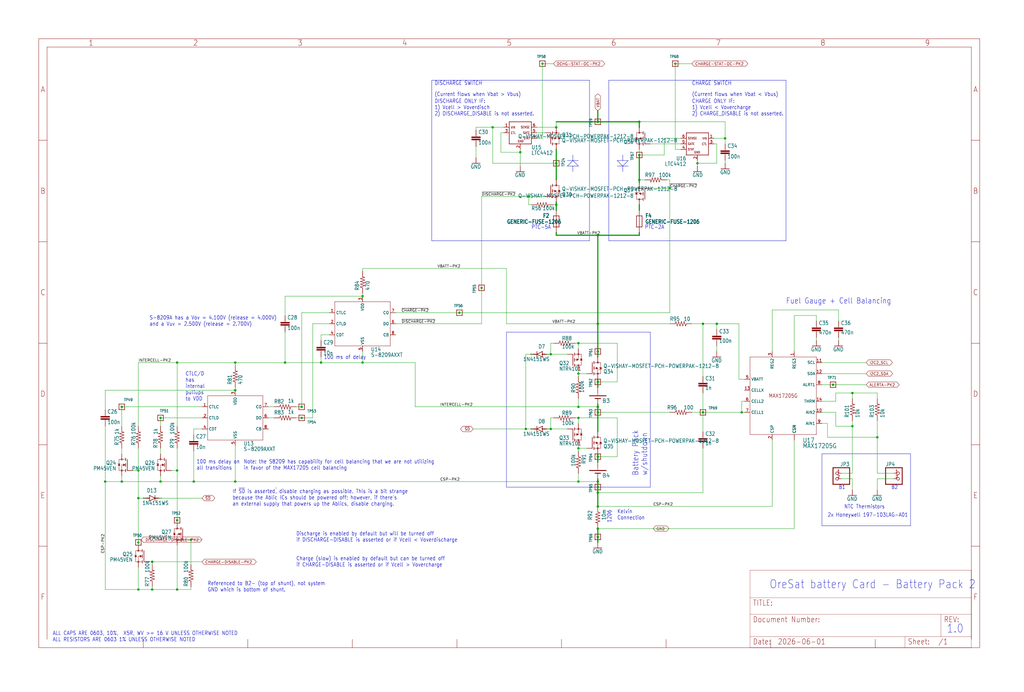
<source format=kicad_sch>
(kicad_sch (version 20230121) (generator eeschema)
  (paper "User" 469.9 317.551)
  (junction (at 81.28 215.9))
  (junction (at 274.32 161.29))
  (junction (at 274.32 148.59))
  (junction (at 274.32 220.98))
  (junction (at 340.36 189.23))
  (junction (at 73.66 191.77))
  (junction (at 81.28 166.37))
  (junction (at 138.43 186.69))
  (junction (at 322.58 148.59))
  (junction (at 242.57 90.17))
  (junction (at 138.43 191.77))
  (junction (at 265.43 157.48))
  (junction (at 274.32 186.69))
  (junction (at 274.32 107.95))
  (junction (at 274.32 189.23))
  (junction (at 210.82 143.51))
  (junction (at 220.98 132.08))
  (junction (at 241.3 196.85))
  (junction (at 238.76 69.85))
  (junction (at 63.5 270.51))
  (junction (at 255.27 58.42))
  (junction (at 293.37 71.12))
  (junction (at 265.43 171.45))
  (junction (at 88.9 220.98))
  (junction (at 226.06 58.42))
  (junction (at 248.92 29.21))
  (junction (at 274.32 209.55))
  (junction (at 107.95 220.98))
  (junction (at 391.16 195.58))
  (junction (at 107.95 166.37))
  (junction (at 63.5 228.6))
  (junction (at 69.85 270.51))
  (junction (at 252.73 162.56))
  (junction (at 320.04 74.93))
  (junction (at 48.26 220.98))
  (junction (at 274.32 223.52))
  (junction (at 293.37 55.88))
  (junction (at 274.32 246.38))
  (junction (at 81.28 270.51))
  (junction (at 293.37 82.55))
  (junction (at 382.27 176.53))
  (junction (at 87.63 247.65))
  (junction (at 274.32 175.26))
  (junction (at 274.32 55.88))
  (junction (at 274.32 232.41))
  (junction (at 166.37 166.37))
  (junction (at 81.28 238.76))
  (junction (at 55.88 186.69))
  (junction (at 309.88 29.21))
  (junction (at 130.81 166.37))
  (junction (at 307.34 86.36))
  (junction (at 274.32 242.57))
  (junction (at 265.43 186.69))
  (junction (at 332.74 63.5))
  (junction (at 391.16 180.34))
  (junction (at 265.43 191.77))
  (junction (at 166.37 135.89))
  (junction (at 402.59 200.66))
  (junction (at 147.32 166.37))
  (junction (at 265.43 205.74))
  (junction (at 107.95 179.07))
  (junction (at 274.32 226.06))
  (junction (at 252.73 196.85))
  (junction (at 63.5 215.9))
  (junction (at 255.27 74.93))
  (junction (at 255.27 93.98))
  (junction (at 265.43 220.98))
  (junction (at 69.85 257.81))
  (junction (at 55.88 220.98))
  (junction (at 73.66 220.98))
  (junction (at 328.93 148.59))
  (junction (at 63.5 248.92))
  (junction (at 322.58 189.23))
  (wire (pts (xy 340.36 189.23) (xy 340.36 184.15)) (stroke (width 0.1524)))
  (wire (pts (xy 265.43 204.47) (xy 265.43 205.74)) (stroke (width 0.1524)))
  (wire (pts (xy 379.73 194.31) (xy 379.73 200.66)) (stroke (width 0.1524)))
  (wire (pts (xy 135.89 191.77) (xy 138.43 191.77)) (stroke (width 0.1524)))
  (wire (pts (xy 238.76 69.85) (xy 238.76 68.58)) (stroke (width 0.1524)))
  (wire (pts (xy 250.19 196.85) (xy 252.73 196.85)) (stroke (width 0.1524)))
  (polyline (pts (xy 232.41 152.4) (xy 232.41 223.52)) (stroke (width 0.1524) (type solid)))
  (wire (pts (xy 274.32 242.57) (xy 364.49 242.57)) (stroke (width 0.1524)))
  (wire (pts (xy 341.63 173.99) (xy 339.09 173.99)) (stroke (width 0.1524)))
  (wire (pts (xy 243.84 93.98) (xy 242.57 93.98)) (stroke (width 0.1524)))
  (wire (pts (xy 138.43 191.77) (xy 143.51 191.77)) (stroke (width 0.1524)))
  (wire (pts (xy 107.95 220.98) (xy 107.95 204.47)) (stroke (width 0.1524)))
  (wire (pts (xy 354.33 201.93) (xy 354.33 232.41)) (stroke (width 0.1524)))
  (wire (pts (xy 238.76 76.2) (xy 238.76 69.85)) (stroke (width 0.1524)))
  (polyline (pts (xy 417.83 208.28) (xy 377.19 208.28)) (stroke (width 0.1524) (type solid)))
  (wire (pts (xy 73.66 218.44) (xy 73.66 220.98)) (stroke (width 0.1524)))
  (wire (pts (xy 322.58 198.12) (xy 322.58 189.23)) (stroke (width 0.1524)))
  (wire (pts (xy 293.37 55.88) (xy 293.37 58.42)) (stroke (width 0.508)))
  (wire (pts (xy 92.71 186.69) (xy 55.88 186.69)) (stroke (width 0.1524)))
  (wire (pts (xy 250.19 90.17) (xy 242.57 90.17)) (stroke (width 0.1524)))
  (wire (pts (xy 252.73 162.56) (xy 260.35 162.56)) (stroke (width 0.1524)))
  (wire (pts (xy 383.54 184.15) (xy 383.54 180.34)) (stroke (width 0.1524)))
  (polyline (pts (xy 262.89 76.2) (xy 265.43 76.2)) (stroke (width 0.1524) (type solid)))
  (wire (pts (xy 391.16 217.17) (xy 386.08 217.17)) (stroke (width 0.1524)))
  (wire (pts (xy 293.37 71.12) (xy 293.37 68.58)) (stroke (width 0.1524)))
  (wire (pts (xy 274.32 223.52) (xy 274.32 220.98)) (stroke (width 0.508)))
  (wire (pts (xy 274.32 148.59) (xy 307.34 148.59)) (stroke (width 0.1524)))
  (wire (pts (xy 274.32 189.23) (xy 307.34 189.23)) (stroke (width 0.1524)))
  (wire (pts (xy 293.37 96.52) (xy 293.37 93.98)) (stroke (width 0.508)))
  (wire (pts (xy 364.49 144.78) (xy 364.49 161.29)) (stroke (width 0.1524)))
  (wire (pts (xy 309.88 29.21) (xy 317.5 29.21)) (stroke (width 0.1524)))
  (wire (pts (xy 328.93 74.93) (xy 328.93 66.04)) (stroke (width 0.1524)))
  (wire (pts (xy 293.37 82.55) (xy 293.37 71.12)) (stroke (width 0.508)))
  (polyline (pts (xy 285.75 76.2) (xy 285.75 78.74)) (stroke (width 0.1524) (type solid)))
  (polyline (pts (xy 198.12 36.83) (xy 270.51 36.83)) (stroke (width 0.1524) (type solid)))
  (wire (pts (xy 265.43 186.69) (xy 265.43 182.88)) (stroke (width 0.1524)))
  (wire (pts (xy 81.28 166.37) (xy 63.5 166.37)) (stroke (width 0.1524)))
  (wire (pts (xy 220.98 148.59) (xy 220.98 132.08)) (stroke (width 0.1524)))
  (wire (pts (xy 293.37 55.88) (xy 332.74 55.88)) (stroke (width 0.1524)))
  (wire (pts (xy 87.63 270.51) (xy 87.63 269.24)) (stroke (width 0.1524)))
  (wire (pts (xy 327.66 63.5) (xy 332.74 63.5)) (stroke (width 0.1524)))
  (wire (pts (xy 391.16 219.71) (xy 391.16 224.79)) (stroke (width 0.1524)))
  (polyline (pts (xy 265.43 73.66) (xy 262.89 73.66)) (stroke (width 0.1524) (type solid)))
  (wire (pts (xy 322.58 189.23) (xy 322.58 180.34)) (stroke (width 0.1524)))
  (wire (pts (xy 364.49 201.93) (xy 364.49 242.57)) (stroke (width 0.1524)))
  (wire (pts (xy 402.59 219.71) (xy 402.59 224.79)) (stroke (width 0.1524)))
  (wire (pts (xy 241.3 196.85) (xy 245.11 196.85)) (stroke (width 0.1524)))
  (wire (pts (xy 166.37 123.19) (xy 232.41 123.19)) (stroke (width 0.1524)))
  (wire (pts (xy 304.8 63.5) (xy 304.8 71.12)) (stroke (width 0.1524)))
  (wire (pts (xy 226.06 74.93) (xy 255.27 74.93)) (stroke (width 0.1524)))
  (polyline (pts (xy 285.75 73.66) (xy 285.75 71.12)) (stroke (width 0.1524) (type solid)))
  (wire (pts (xy 147.32 153.67) (xy 151.13 153.67)) (stroke (width 0.1524)))
  (wire (pts (xy 107.95 166.37) (xy 130.81 166.37)) (stroke (width 0.1524)))
  (wire (pts (xy 63.5 215.9) (xy 63.5 205.74)) (stroke (width 0.1524)))
  (wire (pts (xy 92.71 196.85) (xy 88.9 196.85)) (stroke (width 0.1524)))
  (wire (pts (xy 328.93 66.04) (xy 327.66 66.04)) (stroke (width 0.1524)))
  (wire (pts (xy 92.71 191.77) (xy 73.66 191.77)) (stroke (width 0.1524)))
  (wire (pts (xy 246.38 63.5) (xy 248.92 63.5)) (stroke (width 0.1524)))
  (polyline (pts (xy 198.12 110.49) (xy 198.12 36.83)) (stroke (width 0.1524) (type solid)))
  (polyline (pts (xy 279.4 110.49) (xy 360.68 110.49)) (stroke (width 0.1524) (type solid)))
  (wire (pts (xy 274.32 248.92) (xy 274.32 246.38)) (stroke (width 0.508)))
  (wire (pts (xy 252.73 191.77) (xy 252.73 196.85)) (stroke (width 0.1524)))
  (wire (pts (xy 383.54 180.34) (xy 391.16 180.34)) (stroke (width 0.1524)))
  (wire (pts (xy 250.19 162.56) (xy 252.73 162.56)) (stroke (width 0.1524)))
  (wire (pts (xy 391.16 195.58) (xy 391.16 193.04)) (stroke (width 0.1524)))
  (wire (pts (xy 274.32 189.23) (xy 274.32 186.69)) (stroke (width 0.508)))
  (polyline (pts (xy 279.4 36.83) (xy 360.68 36.83)) (stroke (width 0.1524) (type solid)))
  (wire (pts (xy 147.32 156.21) (xy 147.32 153.67)) (stroke (width 0.1524)))
  (wire (pts (xy 304.8 71.12) (xy 293.37 71.12)) (stroke (width 0.1524)))
  (polyline (pts (xy 298.45 152.4) (xy 298.45 223.52)) (stroke (width 0.1524) (type solid)))
  (wire (pts (xy 377.19 194.31) (xy 379.73 194.31)) (stroke (width 0.1524)))
  (wire (pts (xy 274.32 198.12) (xy 274.32 189.23)) (stroke (width 0.508)))
  (wire (pts (xy 332.74 73.66) (xy 332.74 74.93)) (stroke (width 0.1524)))
  (wire (pts (xy 340.36 184.15) (xy 341.63 184.15)) (stroke (width 0.1524)))
  (wire (pts (xy 255.27 93.98) (xy 255.27 92.71)) (stroke (width 0.508)))
  (polyline (pts (xy 279.4 36.83) (xy 279.4 110.49)) (stroke (width 0.1524) (type solid)))
  (wire (pts (xy 265.43 157.48) (xy 265.43 160.02)) (stroke (width 0.1524)))
  (wire (pts (xy 68.58 257.81) (xy 69.85 257.81)) (stroke (width 0.1524)))
  (wire (pts (xy 138.43 143.51) (xy 151.13 143.51)) (stroke (width 0.1524)))
  (wire (pts (xy 317.5 148.59) (xy 322.58 148.59)) (stroke (width 0.1524)))
  (wire (pts (xy 377.19 176.53) (xy 382.27 176.53)) (stroke (width 0.1524)))
  (wire (pts (xy 107.95 167.64) (xy 107.95 166.37)) (stroke (width 0.1524)))
  (wire (pts (xy 229.87 69.85) (xy 238.76 69.85)) (stroke (width 0.1524)))
  (polyline (pts (xy 262.89 73.66) (xy 260.35 76.2)) (stroke (width 0.1524) (type solid)))
  (wire (pts (xy 88.9 220.98) (xy 107.95 220.98)) (stroke (width 0.1524)))
  (wire (pts (xy 320.04 76.2) (xy 320.04 74.93)) (stroke (width 0.1524)))
  (polyline (pts (xy 288.29 76.2) (xy 285.75 76.2)) (stroke (width 0.1524) (type solid)))
  (polyline (pts (xy 270.51 36.83) (xy 270.51 110.49)) (stroke (width 0.1524) (type solid)))
  (wire (pts (xy 69.85 257.81) (xy 69.85 259.08)) (stroke (width 0.1524)))
  (wire (pts (xy 402.59 200.66) (xy 402.59 217.17)) (stroke (width 0.1524)))
  (wire (pts (xy 63.5 248.92) (xy 63.5 250.19)) (stroke (width 0.1524)))
  (wire (pts (xy 250.19 60.96) (xy 248.92 60.96)) (stroke (width 0.1524)))
  (wire (pts (xy 63.5 270.51) (xy 69.85 270.51)) (stroke (width 0.1524)))
  (wire (pts (xy 265.43 171.45) (xy 265.43 170.18)) (stroke (width 0.1524)))
  (wire (pts (xy 254 157.48) (xy 252.73 157.48)) (stroke (width 0.1524)))
  (wire (pts (xy 274.32 55.88) (xy 293.37 55.88)) (stroke (width 0.508)))
  (wire (pts (xy 55.88 195.58) (xy 55.88 186.69)) (stroke (width 0.1524)))
  (wire (pts (xy 309.88 68.58) (xy 312.42 68.58)) (stroke (width 0.1524)))
  (wire (pts (xy 246.38 58.42) (xy 255.27 58.42)) (stroke (width 0.1524)))
  (wire (pts (xy 73.66 195.58) (xy 73.66 191.77)) (stroke (width 0.1524)))
  (wire (pts (xy 264.16 157.48) (xy 265.43 157.48)) (stroke (width 0.1524)))
  (wire (pts (xy 402.59 200.66) (xy 402.59 193.04)) (stroke (width 0.1524)))
  (wire (pts (xy 166.37 135.89) (xy 130.81 135.89)) (stroke (width 0.1524)))
  (wire (pts (xy 328.93 151.13) (xy 328.93 148.59)) (stroke (width 0.1524)))
  (wire (pts (xy 232.41 148.59) (xy 274.32 148.59)) (stroke (width 0.1524)))
  (wire (pts (xy 86.36 247.65) (xy 87.63 247.65)) (stroke (width 0.1524)))
  (wire (pts (xy 241.3 162.56) (xy 241.3 196.85)) (stroke (width 0.1524)))
  (polyline (pts (xy 360.68 36.83) (xy 360.68 110.49)) (stroke (width 0.1524) (type solid)))
  (wire (pts (xy 274.32 209.55) (xy 274.32 208.28)) (stroke (width 0.508)))
  (wire (pts (xy 48.26 270.51) (xy 63.5 270.51)) (stroke (width 0.1524)))
  (wire (pts (xy 63.5 228.6) (xy 63.5 248.92)) (stroke (width 0.1524)))
  (wire (pts (xy 374.65 156.21) (xy 374.65 154.94)) (stroke (width 0.1524)))
  (wire (pts (xy 60.96 215.9) (xy 63.5 215.9)) (stroke (width 0.1524)))
  (wire (pts (xy 307.34 86.36) (xy 307.34 143.51)) (stroke (width 0.1524)))
  (wire (pts (xy 166.37 166.37) (xy 147.32 166.37)) (stroke (width 0.1524)))
  (wire (pts (xy 322.58 172.72) (xy 322.58 148.59)) (stroke (width 0.1524)))
  (polyline (pts (xy 377.19 208.28) (xy 377.19 241.3)) (stroke (width 0.1524) (type solid)))
  (wire (pts (xy 322.58 148.59) (xy 328.93 148.59)) (stroke (width 0.1524)))
  (wire (pts (xy 81.28 215.9) (xy 78.74 215.9)) (stroke (width 0.1524)))
  (wire (pts (xy 63.5 270.51) (xy 63.5 260.35)) (stroke (width 0.1524)))
  (wire (pts (xy 255.27 82.55) (xy 255.27 74.93)) (stroke (width 0.508)))
  (wire (pts (xy 81.28 215.9) (xy 81.28 238.76)) (stroke (width 0.1524)))
  (wire (pts (xy 312.42 63.5) (xy 304.8 63.5)) (stroke (width 0.1524)))
  (wire (pts (xy 123.19 186.69) (xy 125.73 186.69)) (stroke (width 0.1524)))
  (wire (pts (xy 81.28 270.51) (xy 81.28 250.19)) (stroke (width 0.1524)))
  (wire (pts (xy 130.81 166.37) (xy 130.81 152.4)) (stroke (width 0.1524)))
  (wire (pts (xy 81.28 215.9) (xy 81.28 205.74)) (stroke (width 0.1524)))
  (wire (pts (xy 147.32 166.37) (xy 147.32 163.83)) (stroke (width 0.1524)))
  (wire (pts (xy 274.32 226.06) (xy 322.58 226.06)) (stroke (width 0.1524)))
  (wire (pts (xy 264.16 191.77) (xy 265.43 191.77)) (stroke (width 0.1524)))
  (wire (pts (xy 143.51 191.77) (xy 143.51 148.59)) (stroke (width 0.1524)))
  (wire (pts (xy 354.33 142.24) (xy 384.81 142.24)) (stroke (width 0.1524)))
  (wire (pts (xy 332.74 55.88) (xy 332.74 63.5)) (stroke (width 0.1524)))
  (wire (pts (xy 143.51 148.59) (xy 151.13 148.59)) (stroke (width 0.1524)))
  (wire (pts (xy 220.98 132.08) (xy 220.98 90.17)) (stroke (width 0.1524)))
  (wire (pts (xy 69.85 270.51) (xy 81.28 270.51)) (stroke (width 0.1524)))
  (polyline (pts (xy 260.35 76.2) (xy 262.89 76.2)) (stroke (width 0.1524) (type solid)))
  (wire (pts (xy 341.63 189.23) (xy 340.36 189.23)) (stroke (width 0.1524)))
  (wire (pts (xy 293.37 82.55) (xy 295.91 82.55)) (stroke (width 0.1524)))
  (wire (pts (xy 166.37 124.46) (xy 166.37 123.19)) (stroke (width 0.1524)))
  (polyline (pts (xy 283.21 73.66) (xy 285.75 73.66)) (stroke (width 0.1524) (type solid)))
  (wire (pts (xy 63.5 215.9) (xy 63.5 228.6)) (stroke (width 0.1524)))
  (wire (pts (xy 135.89 186.69) (xy 138.43 186.69)) (stroke (width 0.1524)))
  (wire (pts (xy 274.32 163.83) (xy 274.32 161.29)) (stroke (width 0.508)))
  (wire (pts (xy 382.27 176.53) (xy 397.51 176.53)) (stroke (width 0.1524)))
  (polyline (pts (xy 262.89 73.66) (xy 260.35 73.66)) (stroke (width 0.1524) (type solid)))
  (wire (pts (xy 317.5 189.23) (xy 322.58 189.23)) (stroke (width 0.1524)))
  (wire (pts (xy 283.21 209.55) (xy 274.32 209.55)) (stroke (width 0.1524)))
  (wire (pts (xy 377.19 171.45) (xy 397.51 171.45)) (stroke (width 0.1524)))
  (wire (pts (xy 255.27 58.42) (xy 255.27 55.88)) (stroke (width 0.1524)))
  (wire (pts (xy 166.37 135.89) (xy 166.37 134.62)) (stroke (width 0.1524)))
  (wire (pts (xy 87.63 247.65) (xy 87.63 259.08)) (stroke (width 0.1524)))
  (polyline (pts (xy 285.75 73.66) (xy 288.29 73.66)) (stroke (width 0.1524) (type solid)))
  (wire (pts (xy 391.16 180.34) (xy 402.59 180.34)) (stroke (width 0.1524)))
  (polyline (pts (xy 285.75 76.2) (xy 283.21 73.66)) (stroke (width 0.1524) (type solid)))
  (wire (pts (xy 402.59 217.17) (xy 410.21 217.17)) (stroke (width 0.1524)))
  (wire (pts (xy 269.24 205.74) (xy 265.43 205.74)) (stroke (width 0.1524)))
  (wire (pts (xy 274.32 246.38) (xy 274.32 242.57)) (stroke (width 0.508)))
  (wire (pts (xy 274.32 185.42) (xy 274.32 186.69)) (stroke (width 0.508)))
  (wire (pts (xy 274.32 226.06) (xy 274.32 223.52)) (stroke (width 0.508)))
  (wire (pts (xy 55.88 208.28) (xy 55.88 205.74)) (stroke (width 0.1524)))
  (wire (pts (xy 226.06 58.42) (xy 218.44 58.42)) (stroke (width 0.1524)))
  (wire (pts (xy 293.37 83.82) (xy 293.37 82.55)) (stroke (width 0.508)))
  (wire (pts (xy 320.04 74.93) (xy 328.93 74.93)) (stroke (width 0.1524)))
  (wire (pts (xy 274.32 161.29) (xy 274.32 148.59)) (stroke (width 0.508)))
  (wire (pts (xy 252.73 157.48) (xy 252.73 162.56)) (stroke (width 0.1524)))
  (wire (pts (xy 67.31 228.6) (xy 63.5 228.6)) (stroke (width 0.1524)))
  (wire (pts (xy 210.82 143.51) (xy 181.61 143.51)) (stroke (width 0.1524)))
  (wire (pts (xy 107.95 179.07) (xy 107.95 177.8)) (stroke (width 0.1524)))
  (wire (pts (xy 265.43 172.72) (xy 265.43 171.45)) (stroke (width 0.1524)))
  (wire (pts (xy 166.37 166.37) (xy 166.37 161.29)) (stroke (width 0.1524)))
  (wire (pts (xy 274.32 55.88) (xy 274.32 50.8)) (stroke (width 0.508)))
  (wire (pts (xy 283.21 175.26) (xy 283.21 157.48)) (stroke (width 0.1524)))
  (wire (pts (xy 306.07 82.55) (xy 307.34 82.55)) (stroke (width 0.1524)))
  (wire (pts (xy 48.26 179.07) (xy 107.95 179.07)) (stroke (width 0.1524)))
  (wire (pts (xy 320.04 74.93) (xy 320.04 73.66)) (stroke (width 0.1524)))
  (wire (pts (xy 274.32 220.98) (xy 265.43 220.98)) (stroke (width 0.1524)))
  (wire (pts (xy 229.87 60.96) (xy 229.87 69.85)) (stroke (width 0.1524)))
  (wire (pts (xy 231.14 58.42) (xy 226.06 58.42)) (stroke (width 0.1524)))
  (polyline (pts (xy 262.89 73.66) (xy 262.89 71.12)) (stroke (width 0.1524) (type solid)))
  (wire (pts (xy 48.26 220.98) (xy 55.88 220.98)) (stroke (width 0.1524)))
  (wire (pts (xy 265.43 157.48) (xy 283.21 157.48)) (stroke (width 0.1524)))
  (wire (pts (xy 255.27 68.58) (xy 255.27 74.93)) (stroke (width 0.508)))
  (wire (pts (xy 384.81 156.21) (xy 384.81 154.94)) (stroke (width 0.1524)))
  (wire (pts (xy 226.06 74.93) (xy 226.06 58.42)) (stroke (width 0.1524)))
  (polyline (pts (xy 232.41 223.52) (xy 298.45 223.52)) (stroke (width 0.1524) (type solid)))
  (wire (pts (xy 410.21 219.71) (xy 402.59 219.71)) (stroke (width 0.1524)))
  (wire (pts (xy 69.85 269.24) (xy 69.85 270.51)) (stroke (width 0.1524)))
  (wire (pts (xy 55.88 220.98) (xy 73.66 220.98)) (stroke (width 0.1524)))
  (wire (pts (xy 55.88 218.44) (xy 55.88 220.98)) (stroke (width 0.1524)))
  (wire (pts (xy 307.34 143.51) (xy 210.82 143.51)) (stroke (width 0.1524)))
  (wire (pts (xy 309.88 29.21) (xy 309.88 68.58)) (stroke (width 0.1524)))
  (wire (pts (xy 255.27 93.98) (xy 255.27 96.52)) (stroke (width 0.508)))
  (wire (pts (xy 374.65 147.32) (xy 374.65 144.78)) (stroke (width 0.1524)))
  (wire (pts (xy 377.19 184.15) (xy 383.54 184.15)) (stroke (width 0.1524)))
  (wire (pts (xy 265.43 191.77) (xy 265.43 194.31)) (stroke (width 0.1524)))
  (wire (pts (xy 252.73 196.85) (xy 260.35 196.85)) (stroke (width 0.1524)))
  (wire (pts (xy 379.73 200.66) (xy 402.59 200.66)) (stroke (width 0.1524)))
  (wire (pts (xy 283.21 191.77) (xy 283.21 209.55)) (stroke (width 0.1524)))
  (wire (pts (xy 88.9 196.85) (xy 88.9 199.39)) (stroke (width 0.1524)))
  (wire (pts (xy 248.92 29.21) (xy 254 29.21)) (stroke (width 0.1524)))
  (polyline (pts (xy 270.51 110.49) (xy 198.12 110.49)) (stroke (width 0.1524) (type solid)))
  (wire (pts (xy 255.27 107.95) (xy 274.32 107.95)) (stroke (width 0.508)))
  (wire (pts (xy 383.54 195.58) (xy 391.16 195.58)) (stroke (width 0.1524)))
  (wire (pts (xy 265.43 205.74) (xy 265.43 207.01)) (stroke (width 0.1524)))
  (wire (pts (xy 265.43 217.17) (xy 265.43 220.98)) (stroke (width 0.1524)))
  (wire (pts (xy 231.14 60.96) (xy 229.87 60.96)) (stroke (width 0.1524)))
  (wire (pts (xy 391.16 182.88) (xy 391.16 180.34)) (stroke (width 0.1524)))
  (polyline (pts (xy 262.89 76.2) (xy 262.89 78.74)) (stroke (width 0.1524) (type solid)))
  (wire (pts (xy 147.32 166.37) (xy 130.81 166.37)) (stroke (width 0.1524)))
  (wire (pts (xy 298.45 86.36) (xy 307.34 86.36)) (stroke (width 0.1524)))
  (wire (pts (xy 265.43 220.98) (xy 107.95 220.98)) (stroke (width 0.1524)))
  (polyline (pts (xy 265.43 76.2) (xy 262.89 73.66)) (stroke (width 0.1524) (type solid)))
  (polyline (pts (xy 377.19 241.3) (xy 417.83 241.3)) (stroke (width 0.1524) (type solid)))
  (wire (pts (xy 274.32 232.41) (xy 354.33 232.41)) (stroke (width 0.1524)))
  (wire (pts (xy 307.34 86.36) (xy 307.34 82.55)) (stroke (width 0.1524)))
  (wire (pts (xy 254 191.77) (xy 252.73 191.77)) (stroke (width 0.1524)))
  (wire (pts (xy 246.38 60.96) (xy 248.92 60.96)) (stroke (width 0.1524)))
  (wire (pts (xy 69.85 257.81) (xy 92.71 257.81)) (stroke (width 0.1524)))
  (wire (pts (xy 48.26 220.98) (xy 48.26 270.51)) (stroke (width 0.1524)))
  (wire (pts (xy 339.09 173.99) (xy 339.09 148.59)) (stroke (width 0.1524)))
  (wire (pts (xy 391.16 219.71) (xy 386.08 219.71)) (stroke (width 0.1524)))
  (wire (pts (xy 232.41 148.59) (xy 232.41 123.19)) (stroke (width 0.1524)))
  (wire (pts (xy 190.5 166.37) (xy 166.37 166.37)) (stroke (width 0.1524)))
  (wire (pts (xy 73.66 205.74) (xy 73.66 208.28)) (stroke (width 0.1524)))
  (wire (pts (xy 383.54 189.23) (xy 383.54 195.58)) (stroke (width 0.1524)))
  (wire (pts (xy 88.9 207.01) (xy 88.9 220.98)) (stroke (width 0.1524)))
  (wire (pts (xy 377.19 189.23) (xy 383.54 189.23)) (stroke (width 0.1524)))
  (wire (pts (xy 181.61 148.59) (xy 220.98 148.59)) (stroke (width 0.1524)))
  (wire (pts (xy 48.26 220.98) (xy 48.26 195.58)) (stroke (width 0.1524)))
  (wire (pts (xy 254 93.98) (xy 255.27 93.98)) (stroke (width 0.1524)))
  (wire (pts (xy 242.57 90.17) (xy 220.98 90.17)) (stroke (width 0.1524)))
  (wire (pts (xy 81.28 270.51) (xy 87.63 270.51)) (stroke (width 0.1524)))
  (wire (pts (xy 274.32 186.69) (xy 265.43 186.69)) (stroke (width 0.1524)))
  (wire (pts (xy 87.63 247.65) (xy 92.71 247.65)) (stroke (width 0.1524)))
  (wire (pts (xy 322.58 189.23) (xy 340.36 189.23)) (stroke (width 0.1524)))
  (wire (pts (xy 138.43 186.69) (xy 138.43 143.51)) (stroke (width 0.1524)))
  (wire (pts (xy 265.43 186.69) (xy 190.5 186.69)) (stroke (width 0.1524)))
  (wire (pts (xy 218.44 59.69) (xy 218.44 58.42)) (stroke (width 0.1524)))
  (wire (pts (xy 245.11 162.56) (xy 241.3 162.56)) (stroke (width 0.1524)))
  (polyline (pts (xy 232.41 152.4) (xy 298.45 152.4)) (stroke (width 0.1524) (type solid)))
  (wire (pts (xy 274.32 177.8) (xy 274.32 175.26)) (stroke (width 0.508)))
  (wire (pts (xy 72.39 228.6) (xy 92.71 228.6)) (stroke (width 0.1524)))
  (wire (pts (xy 384.81 142.24) (xy 384.81 147.32)) (stroke (width 0.1524)))
  (wire (pts (xy 242.57 93.98) (xy 242.57 90.17)) (stroke (width 0.1524)))
  (polyline (pts (xy 288.29 73.66) (xy 285.75 76.2)) (stroke (width 0.1524) (type solid)))
  (wire (pts (xy 274.32 212.09) (xy 274.32 209.55)) (stroke (width 0.508)))
  (wire (pts (xy 274.32 219.71) (xy 274.32 220.98)) (stroke (width 0.508)))
  (wire (pts (xy 328.93 158.75) (xy 328.93 161.29)) (stroke (width 0.1524)))
  (wire (pts (xy 255.27 106.68) (xy 255.27 107.95)) (stroke (width 0.508)))
  (wire (pts (xy 274.32 107.95) (xy 274.32 148.59)) (stroke (width 0.508)))
  (wire (pts (xy 332.74 63.5) (xy 332.74 66.04)) (stroke (width 0.1524)))
  (wire (pts (xy 391.16 195.58) (xy 391.16 217.17)) (stroke (width 0.1524)))
  (wire (pts (xy 190.5 186.69) (xy 190.5 166.37)) (stroke (width 0.1524)))
  (wire (pts (xy 274.32 175.26) (xy 283.21 175.26)) (stroke (width 0.1524)))
  (wire (pts (xy 217.17 196.85) (xy 241.3 196.85)) (stroke (width 0.1524)))
  (wire (pts (xy 248.92 63.5) (xy 248.92 29.21)) (stroke (width 0.1524)))
  (wire (pts (xy 354.33 161.29) (xy 354.33 142.24)) (stroke (width 0.1524)))
  (wire (pts (xy 107.95 166.37) (xy 81.28 166.37)) (stroke (width 0.1524)))
  (wire (pts (xy 81.28 195.58) (xy 81.28 166.37)) (stroke (width 0.1524)))
  (wire (pts (xy 274.32 107.95) (xy 293.37 107.95)) (stroke (width 0.508)))
  (wire (pts (xy 130.81 135.89) (xy 130.81 144.78)) (stroke (width 0.1524)))
  (wire (pts (xy 328.93 148.59) (xy 339.09 148.59)) (stroke (width 0.1524)))
  (wire (pts (xy 402.59 180.34) (xy 402.59 182.88)) (stroke (width 0.1524)))
  (wire (pts (xy 374.65 144.78) (xy 364.49 144.78)) (stroke (width 0.1524)))
  (wire (pts (xy 265.43 191.77) (xy 283.21 191.77)) (stroke (width 0.1524)))
  (polyline (pts (xy 285.75 76.2) (xy 283.21 76.2)) (stroke (width 0.1524) (type solid)))
  (wire (pts (xy 123.19 191.77) (xy 125.73 191.77)) (stroke (width 0.1524)))
  (wire (pts (xy 377.19 166.37) (xy 397.51 166.37)) (stroke (width 0.1524)))
  (wire (pts (xy 322.58 205.74) (xy 322.58 226.06)) (stroke (width 0.1524)))
  (wire (pts (xy 48.26 187.96) (xy 48.26 179.07)) (stroke (width 0.1524)))
  (wire (pts (xy 269.24 171.45) (xy 265.43 171.45)) (stroke (width 0.1524)))
  (wire (pts (xy 274.32 226.06) (xy 274.32 232.41)) (stroke (width 0.508)))
  (polyline (pts (xy 417.83 241.3) (xy 417.83 208.28)) (stroke (width 0.1524) (type solid)))
  (wire (pts (xy 73.66 220.98) (xy 88.9 220.98)) (stroke (width 0.1524)))
  (wire (pts (xy 81.28 238.76) (xy 81.28 240.03)) (stroke (width 0.1524)))
  (wire (pts (xy 274.32 175.26) (xy 274.32 173.99)) (stroke (width 0.508)))
  (wire (pts (xy 298.45 66.04) (xy 312.42 66.04)) (stroke (width 0.1524)))
  (wire (pts (xy 63.5 195.58) (xy 63.5 166.37)) (stroke (width 0.1524)))
  (wire (pts (xy 293.37 106.68) (xy 293.37 107.95)) (stroke (width 0.508)))
  (wire (pts (xy 218.44 67.31) (xy 218.44 72.39)) (stroke (width 0.1524)))
  (wire (pts (xy 255.27 55.88) (xy 274.32 55.88)) (stroke (width 0.508)))
  (text "CHARGE SWITCH" (at 317.5 39.37 0) (effects (font (size 1.778 1.5113)) (justify left bottom)))
  (text "CTLC/D\nhas\ninternal\npullups\nto VDD" (at 85.09 184.15 0) (effects (font (size 1.778 1.5113)) (justify left bottom)))
  (text "1206" (at 280.67 240.03 90) (effects (font (size 1.778 1.5113)) (justify left bottom)))
  (text "If ~{SD} is asserted~{,} disable charging as possible. This is a bit strange\nbecause the Ablic ICs should be powered off; however, if there's\nan external supply that powers up the Ablics, disable charging." (at 106.68 232.41 0) (effects (font (size 1.778 1.5113)) (justify left bottom)))
  (text "NTC Thermistors" (at 387.35 233.68 0) (effects (font (size 1.778 1.5113)) (justify left bottom)))
  (text "Battery Pack\nw/shutdown" (at 297.18 218.44 90) (effects (font (size 2.54 2.159)) (justify left bottom)))
  (text "PTC-5A" (at 243.84 105.41 0) (effects (font (size 1.778 1.5113)) (justify left bottom)))
  (text "Referenced to B2- (top of shunt), not system\nGND which is bottom of shunt." (at 95.25 271.78 0) (effects (font (size 1.778 1.5113)) (justify left bottom)))
  (text "100 ms delay on\nall transitions" (at 90.17 215.9 0) (effects (font (size 1.778 1.5113)) (justify left bottom)))
  (text "2x Honeywell 197-103LAG-A01" (at 379.73 237.49 0) (effects (font (size 1.778 1.5113)) (justify left bottom)))
  (text "Fuel Gauge + Cell Balancing" (at 360.68 139.7 0) (effects (font (size 2.54 2.159)) (justify left bottom)))
  (text "100 ms of delay" (at 148.59 165.1 0) (effects (font (size 1.778 1.5113)) (justify left bottom)))
  (text "1.0" (at 434.34 290.83 0) (effects (font (size 3.81 3.2385)) (justify left bottom)))
  (text "PTC-2A" (at 295.91 105.41 0) (effects (font (size 1.778 1.5113)) (justify left bottom)))
  (text "(Current flows when Vbat > Vbus)" (at 199.39 44.45 0) (effects (font (size 1.778 1.5113)) (justify left bottom)))
  (text "B2" (at 408.94 224.79 0) (effects (font (size 1.778 1.5113)) (justify left bottom)))
  (text "ALL CAPS ARE 0603, 10%,  X5R, WV >= 16 V UNLESS OTHERWISE NOTED\nALL RESISTORS ARE 0603 1% UNLESS OTHERWISE NOTED" (at 24.13 294.64 0) (effects (font (size 1.778 1.5113)) (justify left bottom)))
  (text "DISCHARGE SWITCH" (at 199.39 39.37 0) (effects (font (size 1.778 1.5113)) (justify left bottom)))
  (text "DISCHARGE ONLY IF:\n1) Vcell > Voverdisch\n2) DISCHARGE_DISABLE is not asserted." (at 199.39 53.34 0) (effects (font (size 1.778 1.5113)) (justify left bottom)))
  (text "Discharge is enabled by default but will be turned off\nif DISCHARGE-DISABLE is asserted or if Vcell < Voverdischarge" (at 135.89 248.92 0) (effects (font (size 1.778 1.5113)) (justify left bottom)))
  (text "Charge (slow) is enabled by default but can be turned off\nif CHARGE-DISABLE is asserted or if Vcell > Vovercharge" (at 135.89 260.35 0) (effects (font (size 1.778 1.5113)) (justify left bottom)))
  (text "Kelvin\nConnection" (at 283.21 238.76 0) (effects (font (size 1.778 1.5113)) (justify left bottom)))
  (text "B1" (at 384.81 224.79 0) (effects (font (size 1.778 1.5113)) (justify left bottom)))
  (text "S-8209A has a Vov = 4.100V (release = 4.000V)\nand a Vuv = 2.500V (release = 2.700V)" (at 68.58 149.86 0) (effects (font (size 1.778 1.5113)) (justify left bottom)))
  (text "Note: the S8209 has capability for cell balancing that we are not utilizing\nin favor of the MAX17205 cell balancing" (at 111.76 215.9 0) (effects (font (size 1.778 1.5113)) (justify left bottom)))
  (text "OreSat battery Card - Battery Pack 2" (at 353.06 270.51 0) (effects (font (size 3.81 3.2385)) (justify left bottom)))
  (text "CHARGE ONLY IF:\n1) Vcell < Vovercharge\n2) CHARGE_DISABLE is not asserted." (at 317.5 53.34 0) (effects (font (size 1.778 1.5113)) (justify left bottom)))
  (text "(Current flows when Vbat < Vbus)" (at 317.5 44.45 0) (effects (font (size 1.778 1.5113)) (justify left bottom)))
  (label "VBATT-PK2" (at 264.795 107.95 0) (effects (font (size 1.2446 1.2446))))
  (label "INTERCELL-PK2" (at 63.5 166.37 0) (effects (font (size 1.2446 1.2446))))
  (label "~{DISCHARGE-PK2}" (at 184.15 148.59 0) (effects (font (size 1.2446 1.2446))))
  (label "~{CHARGE-PK2}" (at 184.15 143.51 0) (effects (font (size 1.2446 1.2446))))
  (label "INTERCELL-PK2" (at 201.93 186.69 0) (effects (font (size 1.2446 1.2446))))
  (label "~{DISCHARGE-PK2}" (at 220.98 90.17 0) (effects (font (size 1.2446 1.2446))))
  (label "~{CHARGE-PK2}" (at 307.34 86.36 0) (effects (font (size 1.2446 1.2446))))
  (label "CSP-PK2" (at 299.72 232.41 0) (effects (font (size 1.2446 1.2446))))
  (label "VBATT-PK2" (at 253.365 148.59 0) (effects (font (size 1.2446 1.2446))))
  (label "CSP-PK2" (at 48.26 254 90) (effects (font (size 1.2446 1.2446))))
  (label "CSP-PK2" (at 201.93 220.98 0) (effects (font (size 1.2446 1.2446))))
  (label "VBATT-PK2" (at 200.66 123.19 0) (effects (font (size 1.2446 1.2446))))
  (global_label "I2C2_SCL" (shape bidirectional) (at 397.51 166.37 0) (effects (font (size 1.2446 1.2446))) (property "Intersheetrefs" "${INTERSHEET_REFS}" (effects hide)))
  (global_label "CHARGE-STAT-OC-PK2" (shape bidirectional) (at 317.5 29.21 0) (effects (font (size 1.2446 1.2446))) (property "Intersheetrefs" "${INTERSHEET_REFS}" (effects hide)))
  (global_label "~{SD}" (shape bidirectional) (at 92.71 228.6 0) (effects (font (size 1.2446 1.2446))) (property "Intersheetrefs" "${INTERSHEET_REFS}" (effects hide)))
  (global_label "~{SD}" (shape bidirectional) (at 217.17 196.85 180) (effects (font (size 1.2446 1.2446))) (property "Intersheetrefs" "${INTERSHEET_REFS}" (effects hide)))
  (global_label "GND" (shape bidirectional) (at 299.72 242.57 0) (effects (font (size 1.2446 1.2446))) (property "Intersheetrefs" "${INTERSHEET_REFS}" (effects hide)))
  (global_label "DCHG-STAT-OC-PK2" (shape bidirectional) (at 254 29.21 0) (effects (font (size 1.2446 1.2446))) (property "Intersheetrefs" "${INTERSHEET_REFS}" (effects hide)))
  (global_label "VBAT" (shape bidirectional) (at 274.32 50.8 90) (effects (font (size 1.2446 1.2446))) (property "Intersheetrefs" "${INTERSHEET_REFS}" (effects hide)))
  (global_label "ALERTA-PK2" (shape bidirectional) (at 397.51 176.53 0) (effects (font (size 1.2446 1.2446))) (property "Intersheetrefs" "${INTERSHEET_REFS}" (effects hide)))
  (global_label "DISCHARGE-DISABLE-PK2" (shape bidirectional) (at 92.71 247.65 180) (effects (font (size 1.2446 1.2446))) (property "Intersheetrefs" "${INTERSHEET_REFS}" (effects hide)))
  (global_label "CHARGE-DISABLE-PK2" (shape bidirectional) (at 92.71 257.81 0) (effects (font (size 1.2446 1.2446))) (property "Intersheetrefs" "${INTERSHEET_REFS}" (effects hide)))
  (global_label "I2C2_SDA" (shape bidirectional) (at 397.51 171.45 0) (effects (font (size 1.2446 1.2446))) (property "Intersheetrefs" "${INTERSHEET_REFS}" (effects hide)))
  (symbol (lib_id "oresat-batteries-eagle-import:R-US_0603-C-NOSILK") (at 248.92 93.98 0) (unit 1)
    (property "Reference" "R56" (at 243.84 96.52 0) (effects (font (size 1.778 1.5113)) (justify left bottom)))
    (property "Value" "100k" (at 248.92 96.52 0) (effects (font (size 1.778 1.5113)) (justify left bottom)))
    (property "Footprint" "oresat-batteries:.0603-C-NOSILK" (effects hide))
    (property "DIS" "Digi-Key" (effects hide))
    (property "DPN" "RR08P100KDCT-ND" (effects hide))
    (property "MFR" "Yageo" (effects hide))
    (property "MPN" "RR0816P-104-D" (effects hide))
  )
  (symbol (lib_id "oresat-batteries-eagle-import:TEST-POINT-LARGE-SQUARE") (at 274.32 246.38 90) (unit 1)
    (property "Reference" "TP66" (at 271.78 248.92 0) (effects (font (size 1.27 1.0795)) (justify left bottom)))
    (property "Value" "TEST-POINT-LARGE-SQUARE" (effects hide))
    (property "Footprint" "oresat-batteries:1X01" (effects hide))
  )
  (symbol (lib_id "oresat-batteries-eagle-import:Q-VISHAY-MOSFET-PCH-POWERPAK-1212-8") (at 271.78 168.91 0) (mirror x) (unit 1)
    (property "Reference" "Q34" (at 276.86 169.545 0) (effects (font (size 1.778 1.5113)) (justify left bottom)))
    (property "Value" "Q-VISHAY-MOSFET-PCH-POWERPAK-1212-8" (at 276.86 167.005 0) (effects (font (size 1.778 1.5113)) (justify left bottom)))
    (property "Footprint" "oresat-batteries:POWERPAK-1212-8" (effects hide))
    (property "DIS" "Digi-Key" (effects hide))
    (property "DPN" "SI7625DN-T1-GE3CT-ND" (effects hide))
    (property "MFR" "Vishay" (effects hide))
    (property "MPN" "SI7625DN-T1-GE3" (effects hide))
  )
  (symbol (lib_id "oresat-batteries-eagle-import:Q-VISHAY-MOSFET-PCH-POWERPAK-1212-8") (at 252.73 63.5 0) (unit 1)
    (property "Reference" "Q31" (at 257.81 62.865 0) (effects (font (size 1.778 1.5113)) (justify left bottom)))
    (property "Value" "Q-VISHAY-MOSFET-PCH-POWERPAK-1212-8" (at 257.81 65.405 0) (effects (font (size 1.778 1.5113)) (justify left bottom)))
    (property "Footprint" "oresat-batteries:POWERPAK-1212-8" (effects hide))
    (property "DIS" "Digi-Key" (effects hide))
    (property "DPN" "SI7625DN-T1-GE3CT-ND" (effects hide))
    (property "MFR" "Vishay" (effects hide))
    (property "MPN" "SI7625DN-T1-GE3" (effects hide))
  )
  (symbol (lib_id "oresat-batteries-eagle-import:R-US_0603-C-NOSILK") (at 402.59 187.96 90) (unit 1)
    (property "Reference" "R103" (at 401.0914 191.77 0) (effects (font (size 1.778 1.5113)) (justify left bottom)))
    (property "Value" "10k" (at 405.892 191.77 0) (effects (font (size 1.778 1.5113)) (justify left bottom)))
    (property "Footprint" "oresat-batteries:.0603-C-NOSILK" (effects hide))
    (property "DIS" "Digi-Key" (effects hide))
    (property "DPN" "311-10.0KHRCT-ND" (effects hide))
    (property "MFR" "Yageo" (effects hide))
    (property "MPN" "RC0603FR-0710KL" (effects hide))
  )
  (symbol (lib_id "oresat-batteries-eagle-import:supply1_GND") (at 328.93 163.83 0) (unit 1)
    (property "Reference" "#GND064" (effects hide))
    (property "Value" "GND" (at 326.39 166.37 0) (effects (font (size 1.778 1.5113)) (justify left bottom)))
  )
  (symbol (lib_id "oresat-batteries-eagle-import:supply1_GND") (at 391.16 227.33 0) (unit 1)
    (property "Reference" "#GND070" (effects hide))
    (property "Value" "GND" (at 388.62 229.87 0) (effects (font (size 1.778 1.5113)) (justify left bottom)))
  )
  (symbol (lib_id "oresat-batteries-eagle-import:C-EU0603-C-NOSILK") (at 322.58 200.66 0) (unit 1)
    (property "Reference" "C32" (at 323.596 200.025 0) (effects (font (size 1.778 1.5113)) (justify left bottom)))
    (property "Value" "1n" (at 323.596 204.343 0) (effects (font (size 1.778 1.5113)) (justify left bottom)))
    (property "Footprint" "oresat-batteries:.0603-C-NOSILK" (effects hide))
    (property "DIS" "Digi-Key" (effects hide))
    (property "DPN" "311-1080-1-ND" (effects hide))
    (property "MFR" "Yageo" (effects hide))
    (property "MPN" "CC0603KRX7R9BB102" (effects hide))
  )
  (symbol (lib_id "oresat-batteries-eagle-import:frames_FRAME_B_L") (at 17.78 297.18 0) (unit 1)
    (property "Reference" "#FRAME5" (effects hide))
    (property "Value" "FRAME_B_L" (effects hide))
  )
  (symbol (lib_id "oresat-batteries-eagle-import:TEST-POINT-LARGE-SQUARE") (at 274.32 189.23 90) (unit 1)
    (property "Reference" "TP63" (at 271.78 191.77 0) (effects (font (size 1.27 1.0795)) (justify left bottom)))
    (property "Value" "TEST-POINT-LARGE-SQUARE" (effects hide))
    (property "Footprint" "oresat-batteries:1X01" (effects hide))
  )
  (symbol (lib_id "oresat-batteries-eagle-import:TEST-POINT-LARGE-SQUARE") (at 274.32 175.26 90) (unit 1)
    (property "Reference" "TP62" (at 271.78 177.8 0) (effects (font (size 1.27 1.0795)) (justify left bottom)))
    (property "Value" "TEST-POINT-LARGE-SQUARE" (effects hide))
    (property "Footprint" "oresat-batteries:1X01" (effects hide))
  )
  (symbol (lib_id "oresat-batteries-eagle-import:C-EU0603-C-NOSILK") (at 218.44 62.23 0) (unit 1)
    (property "Reference" "C30" (at 219.456 61.595 0) (effects (font (size 1.778 1.5113)) (justify left bottom)))
    (property "Value" "100n" (at 219.456 66.421 0) (effects (font (size 1.778 1.5113)) (justify left bottom)))
    (property "Footprint" "oresat-batteries:.0603-C-NOSILK" (effects hide))
    (property "DIS" "Digi-Key" (effects hide))
    (property "DPN" "399-1099-1-ND" (effects hide))
    (property "MFR" "Kemet" (effects hide))
    (property "MPN" "C0603C104M4RACTU" (effects hide))
  )
  (symbol (lib_id "oresat-batteries-eagle-import:R-US_0603-C-NOSILK") (at 73.66 200.66 90) (unit 1)
    (property "Reference" "R78" (at 72.39 205.74 0) (effects (font (size 1.778 1.5113)) (justify left bottom)))
    (property "Value" "1k" (at 72.39 199.39 0) (effects (font (size 1.778 1.5113)) (justify left bottom)))
    (property "Footprint" "oresat-batteries:.0603-C-NOSILK" (effects hide))
    (property "DIS" "Digi-Key" (effects hide))
    (property "DPN" "311-1.0KGRCT-ND" (effects hide))
    (property "MFR" "Yageo" (effects hide))
    (property "MPN" "RC0603JR-071KL" (effects hide))
  )
  (symbol (lib_id "oresat-batteries-eagle-import:N-MOSFET-SOT-23-3") (at 58.42 213.36 0) (mirror y) (unit 1)
    (property "Reference" "Q24" (at 53.34 213.36 0) (effects (font (size 1.778 1.5113)) (justify left bottom)))
    (property "Value" "PM45VEN" (at 53.34 215.9 0) (effects (font (size 1.778 1.5113)) (justify left bottom)))
    (property "Footprint" "oresat-batteries:SOT23-3" (effects hide))
    (property "DIS" "Digi-Key" (effects hide))
    (property "DPN" "1727-2307-1-ND" (effects hide))
    (property "MFR" "Nexperia" (effects hide))
    (property "MPN" "PMV45EN2R" (effects hide))
  )
  (symbol (lib_id "oresat-batteries-eagle-import:R-US_0603-C-NOSILK") (at 166.37 129.54 90) (unit 1)
    (property "Reference" "R84" (at 164.8714 133.35 0) (effects (font (size 1.778 1.5113)) (justify left bottom)))
    (property "Value" "470" (at 169.672 133.35 0) (effects (font (size 1.778 1.5113)) (justify left bottom)))
    (property "Footprint" "oresat-batteries:.0603-C-NOSILK" (effects hide))
    (property "DIS" "Digi-Key" (effects hide))
    (property "DPN" "311-470GRCT-ND" (effects hide))
    (property "MFR" "Yageo" (effects hide))
    (property "MPN" "RC0603JR-07470RL" (effects hide))
  )
  (symbol (lib_id "oresat-batteries-eagle-import:supply1_GND") (at 218.44 74.93 0) (unit 1)
    (property "Reference" "#GND059" (effects hide))
    (property "Value" "GND" (at 215.9 77.47 0) (effects (font (size 1.778 1.5113)) (justify left bottom)))
  )
  (symbol (lib_id "oresat-batteries-eagle-import:supply1_GND") (at 320.04 78.74 0) (mirror y) (unit 1)
    (property "Reference" "#GND063" (effects hide))
    (property "Value" "GND" (at 322.58 81.28 0) (effects (font (size 1.778 1.5113)) (justify left bottom)))
  )
  (symbol (lib_id "oresat-batteries-eagle-import:frames_FRAME_B_L") (at 344.17 297.18 0) (unit 2)
    (property "Reference" "#FRAME5" (effects hide))
    (property "Value" "FRAME_B_L" (effects hide))
  )
  (symbol (lib_id "oresat-batteries-eagle-import:Q-VISHAY-MOSFET-PCH-POWERPAK-1212-8") (at 271.78 203.2 0) (mirror x) (unit 1)
    (property "Reference" "Q35" (at 276.86 203.835 0) (effects (font (size 1.778 1.5113)) (justify left bottom)))
    (property "Value" "Q-VISHAY-MOSFET-PCH-POWERPAK-1212-8" (at 276.86 201.295 0) (effects (font (size 1.778 1.5113)) (justify left bottom)))
    (property "Footprint" "oresat-batteries:POWERPAK-1212-8" (effects hide))
    (property "DIS" "Digi-Key" (effects hide))
    (property "DPN" "SI7625DN-T1-GE3CT-ND" (effects hide))
    (property "MFR" "Vishay" (effects hide))
    (property "MPN" "SI7625DN-T1-GE3" (effects hide))
  )
  (symbol (lib_id "oresat-batteries-eagle-import:TEST-POINT-LARGE-SQUARE") (at 63.5 248.92 0) (unit 1)
    (property "Reference" "TP50" (at 60.96 246.38 0) (effects (font (size 1.27 1.0795)) (justify left bottom)))
    (property "Value" "TEST-POINT-LARGE-SQUARE" (effects hide))
    (property "Footprint" "oresat-batteries:1X01" (effects hide))
  )
  (symbol (lib_id "oresat-batteries-eagle-import:TEST-POINT-LARGE-SQUARE") (at 382.27 176.53 0) (mirror y) (unit 1)
    (property "Reference" "TP71" (at 379.73 173.99 0) (effects (font (size 1.27 1.0795)) (justify right bottom)))
    (property "Value" "TEST-POINT-LARGE-SQUARE" (effects hide))
    (property "Footprint" "oresat-batteries:1X01" (effects hide))
  )
  (symbol (lib_id "oresat-batteries-eagle-import:supply1_GND") (at 238.76 78.74 0) (unit 1)
    (property "Reference" "#GND060" (effects hide))
    (property "Value" "GND" (at 236.22 81.28 0) (effects (font (size 1.778 1.5113)) (justify left bottom)))
  )
  (symbol (lib_id "oresat-batteries-eagle-import:N-MOSFET-SOT-23-3") (at 66.04 255.27 0) (mirror y) (unit 1)
    (property "Reference" "Q25" (at 60.96 255.27 0) (effects (font (size 1.778 1.5113)) (justify left bottom)))
    (property "Value" "PM45VEN" (at 60.96 257.81 0) (effects (font (size 1.778 1.5113)) (justify left bottom)))
    (property "Footprint" "oresat-batteries:SOT23-3" (effects hide))
    (property "DIS" "Digi-Key" (effects hide))
    (property "DPN" "1727-2307-1-ND" (effects hide))
    (property "MFR" "Nexperia" (effects hide))
    (property "MPN" "PMV45EN2R" (effects hide))
  )
  (symbol (lib_id "oresat-batteries-eagle-import:PINHD-1X2") (at 412.75 219.71 0) (unit 1)
    (property "Reference" "JP4" (at 406.4 213.995 0) (effects (font (size 1.778 1.5113)) (justify left bottom)))
    (property "Value" "PINHD-1X2" (effects hide))
    (property "Footprint" "oresat-batteries:1X02" (effects hide))
  )
  (symbol (lib_id "oresat-batteries-eagle-import:R-US_0603-C-NOSILK") (at 69.85 264.16 90) (unit 1)
    (property "Reference" "R77" (at 68.58 269.24 0) (effects (font (size 1.778 1.5113)) (justify left bottom)))
    (property "Value" "100k" (at 68.58 262.89 0) (effects (font (size 1.778 1.5113)) (justify left bottom)))
    (property "Footprint" "oresat-batteries:.0603-C-NOSILK" (effects hide))
    (property "DIS" "Digi-Key" (effects hide))
    (property "DPN" "311-10.0KHRCT-ND" (effects hide))
    (property "MFR" "Yageo" (effects hide))
    (property "MPN" "RC0603FR-0710KL" (effects hide))
  )
  (symbol (lib_id "oresat-batteries-eagle-import:R-US_0603-C-NOSILK") (at 265.43 212.09 270) (unit 1)
    (property "Reference" "R91" (at 266.9286 208.28 0) (effects (font (size 1.778 1.5113)) (justify left bottom)))
    (property "Value" "100k" (at 262.128 208.28 0) (effects (font (size 1.778 1.5113)) (justify left bottom)))
    (property "Footprint" "oresat-batteries:.0603-C-NOSILK" (effects hide))
    (property "DIS" "Digi-Key" (effects hide))
    (property "DPN" "311-1.00MHRCT-ND" (effects hide))
    (property "MFR" "Yageo" (effects hide))
    (property "MPN" "RC0603FR-071ML" (effects hide))
  )
  (symbol (lib_id "oresat-batteries-eagle-import:C-EU0603-C-NOSILK") (at 374.65 149.86 0) (unit 1)
    (property "Reference" "C35" (at 375.666 149.225 0) (effects (font (size 1.778 1.5113)) (justify left bottom)))
    (property "Value" "470n" (at 375.666 153.543 0) (effects (font (size 1.778 1.5113)) (justify left bottom)))
    (property "Footprint" "oresat-batteries:.0603-C-NOSILK" (effects hide))
    (property "DIS" "Digi-Key" (effects hide))
    (property "DPN" "399-7934-1-ND" (effects hide))
    (property "MFR" "Kemet" (effects hide))
    (property "MPN" "C0603C474K4PACTU" (effects hide))
  )
  (symbol (lib_id "oresat-batteries-eagle-import:TEST-POINT-LARGE-SQUARE") (at 255.27 74.93 270) (unit 1)
    (property "Reference" "TP24" (at 257.81 72.39 0) (effects (font (size 1.27 1.0795)) (justify left bottom)))
    (property "Value" "TEST-POINT-LARGE-SQUARE" (effects hide))
    (property "Footprint" "oresat-batteries:1X01" (effects hide))
  )
  (symbol (lib_id "oresat-batteries-eagle-import:R-US_0603-C-NOSILK") (at 130.81 191.77 0) (unit 1)
    (property "Reference" "R83" (at 125.73 190.2714 0) (effects (font (size 1.778 1.5113)) (justify left bottom)))
    (property "Value" "1k" (at 132.08 189.992 0) (effects (font (size 1.778 1.5113)) (justify left bottom)))
    (property "Footprint" "oresat-batteries:.0603-C-NOSILK" (effects hide))
    (property "DIS" "Digi-Key" (effects hide))
    (property "DPN" "311-1.0KGRCT-ND" (effects hide))
    (property "MFR" "Yageo" (effects hide))
    (property "MPN" "RC0603JR-071KL" (effects hide))
  )
  (symbol (lib_id "oresat-batteries-eagle-import:C-EU0603-C-NOSILK") (at 384.81 149.86 0) (unit 1)
    (property "Reference" "C36" (at 385.826 149.225 0) (effects (font (size 1.778 1.5113)) (justify left bottom)))
    (property "Value" "470n" (at 385.826 153.543 0) (effects (font (size 1.778 1.5113)) (justify left bottom)))
    (property "Footprint" "oresat-batteries:.0603-C-NOSILK" (effects hide))
    (property "DIS" "Digi-Key" (effects hide))
    (property "DPN" "399-7934-1-ND" (effects hide))
    (property "MFR" "Kemet" (effects hide))
    (property "MPN" "C0603C474K4PACTU" (effects hide))
  )
  (symbol (lib_id "oresat-batteries-eagle-import:C-EU0603-C-NOSILK") (at 332.74 68.58 0) (unit 1)
    (property "Reference" "C34" (at 333.756 67.945 0) (effects (font (size 1.778 1.5113)) (justify left bottom)))
    (property "Value" "100n" (at 333.756 72.771 0) (effects (font (size 1.778 1.5113)) (justify left bottom)))
    (property "Footprint" "oresat-batteries:.0603-C-NOSILK" (effects hide))
    (property "DIS" "Digi-Key" (effects hide))
    (property "DPN" "399-1099-1-ND" (effects hide))
    (property "MFR" "Kemet" (effects hide))
    (property "MPN" "C0603C104M4RACTU" (effects hide))
  )
  (symbol (lib_id "oresat-batteries-eagle-import:TEST-POINT-LARGE-SQUARE") (at 248.92 29.21 0) (mirror y) (unit 1)
    (property "Reference" "TP58" (at 246.38 26.67 0) (effects (font (size 1.27 1.0795)) (justify right bottom)))
    (property "Value" "TEST-POINT-LARGE-SQUARE" (effects hide))
    (property "Footprint" "oresat-batteries:1X01" (effects hide))
  )
  (symbol (lib_id "oresat-batteries-eagle-import:B-18650-LI-BATTERY") (at 274.32 217.17 270) (unit 1)
    (property "Reference" "B4" (at 278.13 219.202 90) (effects (font (size 1.778 1.778)) (justify bottom)))
    (property "Value" "B-18650-LI-BATTERY" (effects hide))
    (property "Footprint" "oresat-batteries:18650" (effects hide))
    (property "DIS" "Tenergy" (effects hide))
    (property "DPN" "MH48285" (effects hide))
    (property "MFR" "Tenergy" (effects hide))
    (property "MPN" "MH48285" (effects hide))
  )
  (symbol (lib_id "oresat-batteries-eagle-import:S-8209AXXT") (at 107.95 191.77 0) (unit 1)
    (property "Reference" "U13" (at 111.76 204.47 0) (effects (font (size 1.778 1.5113)) (justify left bottom)))
    (property "Value" "S-8209AXXT" (at 111.76 207.01 0) (effects (font (size 1.778 1.5113)) (justify left bottom)))
    (property "Footprint" "oresat-batteries:TSSOP8" (effects hide))
    (property "MFR" "Ablic" (effects hide))
    (property "MPN" "S-8209AAA-T8T1U" (effects hide))
  )
  (symbol (lib_id "oresat-batteries-eagle-import:R-US_0603-C-NOSILK") (at 265.43 177.8 270) (unit 1)
    (property "Reference" "R90" (at 264.16 180.34 0) (effects (font (size 1.778 1.5113)) (justify right top)))
    (property "Value" "100k" (at 267.97 180.34 0) (effects (font (size 1.778 1.5113)) (justify right top)))
    (property "Footprint" "oresat-batteries:.0603-C-NOSILK" (effects hide))
    (property "DIS" "Digi-Key" (effects hide))
    (property "DPN" "311-1.00MHRCT-ND" (effects hide))
    (property "MFR" "Yageo" (effects hide))
    (property "MPN" "RC0603FR-071ML" (effects hide))
  )
  (symbol (lib_id "oresat-batteries-eagle-import:N-MOSFET-SOT-23-3") (at 83.82 245.11 0) (mirror y) (unit 1)
    (property "Reference" "Q27" (at 78.74 245.11 0) (effects (font (size 1.778 1.5113)) (justify left bottom)))
    (property "Value" "PM45VEN" (at 78.74 247.65 0) (effects (font (size 1.778 1.5113)) (justify left bottom)))
    (property "Footprint" "oresat-batteries:SOT23-3" (effects hide))
    (property "DIS" "Digi-Key" (effects hide))
    (property "DPN" "1727-2307-1-ND" (effects hide))
    (property "MFR" "Nexperia" (effects hide))
    (property "MPN" "PMV45EN2R" (effects hide))
  )
  (symbol (lib_id "oresat-batteries-eagle-import:R-US_0603-C-NOSILK") (at 312.42 148.59 180) (unit 1)
    (property "Reference" "R95" (at 307.34 147.32 0) (effects (font (size 1.778 1.5113)) (justify right top)))
    (property "Value" "10" (at 313.69 147.32 0) (effects (font (size 1.778 1.5113)) (justify right top)))
    (property "Footprint" "oresat-batteries:.0603-C-NOSILK" (effects hide))
    (property "DIS" "Digi-Key" (effects hide))
    (property "DPN" "311-10.0HRCT-ND" (effects hide))
    (property "MFR" "Yageo" (effects hide))
    (property "MPN" "RC0603FR-0710RL" (effects hide))
  )
  (symbol (lib_id "oresat-batteries-eagle-import:Q-VISHAY-MOSFET-PCH-POWERPAK-1212-8") (at 295.91 88.9 0) (mirror y) (unit 1)
    (property "Reference" "Q37" (at 290.83 88.265 0) (effects (font (size 1.778 1.5113)) (justify left bottom)))
    (property "Value" "Q-VISHAY-MOSFET-PCH-POWERPAK-1212-8" (at 290.83 90.805 0) (effects (font (size 1.778 1.5113)) (justify left bottom)))
    (property "Footprint" "oresat-batteries:POWERPAK-1212-8" (effects hide))
    (property "DIS" "Digi-Key" (effects hide))
    (property "DPN" "SI7625DN-T1-GE3CT-ND" (effects hide))
    (property "MFR" "Vishay" (effects hide))
    (property "MPN" "SI7625DN-T1-GE3" (effects hide))
  )
  (symbol (lib_id "oresat-batteries-eagle-import:R-US_0603-C-NOSILK") (at 81.28 200.66 270) (unit 1)
    (property "Reference" "R79" (at 80.01 205.74 0) (effects (font (size 1.778 1.5113)) (justify right top)))
    (property "Value" "100k" (at 80.01 199.39 0) (effects (font (size 1.778 1.5113)) (justify right top)))
    (property "Footprint" "oresat-batteries:.0603-C-NOSILK" (effects hide))
    (property "DIS" "Digi-Key" (effects hide))
    (property "DPN" "311-1.00MHRCT-ND" (effects hide))
    (property "MFR" "Yageo" (effects hide))
    (property "MPN" "RC0603FR-071ML" (effects hide))
  )
  (symbol (lib_id "oresat-batteries-eagle-import:R-US_0603-C-NOSILK") (at 130.81 186.69 0) (unit 1)
    (property "Reference" "R82" (at 125.73 185.1914 0) (effects (font (size 1.778 1.5113)) (justify left bottom)))
    (property "Value" "1k" (at 132.08 184.912 0) (effects (font (size 1.778 1.5113)) (justify left bottom)))
    (property "Footprint" "oresat-batteries:.0603-C-NOSILK" (effects hide))
    (property "DIS" "Digi-Key" (effects hide))
    (property "DPN" "311-1.0KGRCT-ND" (effects hide))
    (property "MFR" "Yageo" (effects hide))
    (property "MPN" "RC0603JR-071KL" (effects hide))
  )
  (symbol (lib_id "oresat-batteries-eagle-import:R-US_0603-C-NOSILK") (at 391.16 187.96 90) (unit 1)
    (property "Reference" "R101" (at 389.6614 191.77 0) (effects (font (size 1.778 1.5113)) (justify left bottom)))
    (property "Value" "10k" (at 394.462 191.77 0) (effects (font (size 1.778 1.5113)) (justify left bottom)))
    (property "Footprint" "oresat-batteries:.0603-C-NOSILK" (effects hide))
    (property "DIS" "Digi-Key" (effects hide))
    (property "DISTRIBUTOR" "Digi-key" (effects hide))
    (property "DPN" "311-10.0KHRCT-ND" (effects hide))
    (property "MFR" "Yageo" (effects hide))
    (property "MPN" "RC0603FR-0710KL" (effects hide))
  )
  (symbol (lib_id "oresat-batteries-eagle-import:Q-VISHAY-MOSFET-PCH-POWERPAK-1212-8") (at 295.91 63.5 180) (unit 1)
    (property "Reference" "Q36" (at 290.83 64.135 0) (effects (font (size 1.778 1.5113)) (justify left bottom)))
    (property "Value" "Q-VISHAY-MOSFET-PCH-POWERPAK-1212-8" (at 290.83 61.595 0) (effects (font (size 1.778 1.5113)) (justify left bottom)))
    (property "Footprint" "oresat-batteries:POWERPAK-1212-8" (effects hide))
    (property "DIS" "Digi-Key" (effects hide))
    (property "DPN" "SI7625DN-T1-GE3CT-ND" (effects hide))
    (property "MFR" "Vishay" (effects hide))
    (property "MPN" "SI7625DN-T1-GE3" (effects hide))
  )
  (symbol (lib_id "oresat-batteries-eagle-import:TEST-POINT-LARGE-SQUARE") (at 322.58 189.23 0) (mirror y) (unit 1)
    (property "Reference" "TP69" (at 325.12 187.96 0) (effects (font (size 1.27 1.0795)) (justify right bottom)))
    (property "Value" "TEST-POINT-LARGE-SQUARE" (effects hide))
    (property "Footprint" "oresat-batteries:1X01" (effects hide))
  )
  (symbol (lib_id "oresat-batteries-eagle-import:TEST-POINT-LARGE-SQUARE") (at 138.43 186.69 270) (mirror x) (unit 1)
    (property "Reference" "TP53" (at 140.97 187.96 90) (effects (font (size 1.27 1.0795)) (justify left bottom)))
    (property "Value" "TEST-POINT-LARGE-SQUARE" (effects hide))
    (property "Footprint" "oresat-batteries:1X01" (effects hide))
  )
  (symbol (lib_id "oresat-batteries-eagle-import:P-MOSFET-SOT23-3") (at 262.89 165.1 0) (unit 1)
    (property "Reference" "Q32" (at 256.54 167.64 0) (effects (font (size 1.778 1.5113)) (justify left bottom)))
    (property "Value" "NTR4101" (at 256.54 170.18 0) (effects (font (size 1.778 1.5113)) (justify left bottom)))
    (property "Footprint" "oresat-batteries:SOT23-3" (effects hide))
    (property "DIS" "Digi-Key" (effects hide))
    (property "DPN" "NTR4101PT1GOSCT-ND" (effects hide))
    (property "MFR" "ON Semi" (effects hide))
    (property "MPN" "NTR4101PT1G" (effects hide))
  )
  (symbol (lib_id "oresat-batteries-eagle-import:supply1_GND") (at 402.59 227.33 0) (unit 1)
    (property "Reference" "#GND071" (effects hide))
    (property "Value" "GND" (at 400.05 229.87 0) (effects (font (size 1.778 1.5113)) (justify left bottom)))
  )
  (symbol (lib_id "oresat-batteries-eagle-import:C-EU0603-C-NOSILK") (at 88.9 201.93 0) (unit 1)
    (property "Reference" "C27" (at 89.916 201.295 0) (effects (font (size 1.778 1.5113)) (justify left bottom)))
    (property "Value" "10n" (at 89.916 206.121 0) (effects (font (size 1.778 1.5113)) (justify left bottom)))
    (property "Footprint" "oresat-batteries:.0603-C-NOSILK" (effects hide))
    (property "DPN" "399-7842-1-ND" (effects hide))
    (property "MFR" "Kemet" (effects hide))
    (property "MPN" "C0603C103M5RACTU" (effects hide))
  )
  (symbol (lib_id "oresat-batteries-eagle-import:MAX17205G") (at 359.41 181.61 0) (unit 1)
    (property "Reference" "U17" (at 368.3 203.2 0) (effects (font (size 2.0828 1.7703)) (justify left bottom)))
    (property "Value" "MAX17205G" (at 368.3 205.74 0) (effects (font (size 2.0828 1.7703)) (justify left bottom)))
    (property "Footprint" "oresat-batteries:21-0137I_T1433-2" (effects hide))
    (property "DIS" "Digi-Key" (effects hide))
    (property "DPN" "MAX17205G+TCT-ND" (effects hide))
    (property "MFR" "Maxim" (effects hide))
    (property "MPN" "MAX17205G+T" (effects hide))
  )
  (symbol (lib_id "oresat-batteries-eagle-import:TEST-POINT-LARGE-SQUARE") (at 81.28 238.76 0) (unit 1)
    (property "Reference" "TP52" (at 78.74 236.22 0) (effects (font (size 1.27 1.0795)) (justify left bottom)))
    (property "Value" "TEST-POINT-LARGE-SQUARE" (effects hide))
    (property "Footprint" "oresat-batteries:1X01" (effects hide))
  )
  (symbol (lib_id "oresat-batteries-eagle-import:supply1_GND") (at 332.74 77.47 0) (mirror y) (unit 1)
    (property "Reference" "#GND065" (effects hide))
    (property "Value" "GND" (at 335.28 80.01 0) (effects (font (size 1.778 1.5113)) (justify left bottom)))
  )
  (symbol (lib_id "oresat-batteries-eagle-import:R-US_0603-C-NOSILK") (at 312.42 189.23 0) (unit 1)
    (property "Reference" "R96" (at 306.07 187.96 0) (effects (font (size 1.778 1.5113)) (justify left bottom)))
    (property "Value" "100" (at 313.69 187.96 0) (effects (font (size 1.778 1.5113)) (justify left bottom)))
    (property "Footprint" "oresat-batteries:.0603-C-NOSILK" (effects hide))
    (property "DIS" "Digi-Key" (effects hide))
    (property "DPN" "311-100HRCT-ND" (effects hide))
    (property "MFR" "Yageo" (effects hide))
    (property "MPN" "RC0603FR-07100RL" (effects hide))
  )
  (symbol (lib_id "oresat-batteries-eagle-import:C-EU0603-C-NOSILK") (at 130.81 147.32 0) (unit 1)
    (property "Reference" "C28" (at 131.826 146.685 0) (effects (font (size 1.778 1.5113)) (justify left bottom)))
    (property "Value" "100n" (at 131.826 151.511 0) (effects (font (size 1.778 1.5113)) (justify left bottom)))
    (property "Footprint" "oresat-batteries:.0603-C-NOSILK" (effects hide))
    (property "DIS" "Digi-Key" (effects hide))
    (property "DPN" "399-1099-1-ND" (effects hide))
    (property "MFR" "Kemet" (effects hide))
    (property "MPN" "C0603C104M4RACTU" (effects hide))
  )
  (symbol (lib_id "oresat-batteries-eagle-import:DIODE-SOD323-R") (at 69.85 228.6 0) (unit 1)
    (property "Reference" "D13" (at 67.31 226.06 0) (effects (font (size 1.778 1.5113)) (justify left bottom)))
    (property "Value" "1N4151WS" (at 77.47 229.87 0) (effects (font (size 1.778 1.5113)) (justify right top)))
    (property "Footprint" "oresat-batteries:SOD323-R" (effects hide))
    (property "DIS" "Digi-Key" (effects hide))
    (property "DPN" "112-1N4151WS-E3-08CT-ND " (effects hide))
    (property "MFR" "Vishay" (effects hide))
    (property "MPN" "1N4151WS-E3-08" (effects hide))
  )
  (symbol (lib_id "oresat-batteries-eagle-import:TEST-POINT-LARGE-SQUARE") (at 293.37 71.12 90) (unit 1)
    (property "Reference" "TP67" (at 290.83 73.66 0) (effects (font (size 1.27 1.0795)) (justify left bottom)))
    (property "Value" "TEST-POINT-LARGE-SQUARE" (effects hide))
    (property "Footprint" "oresat-batteries:1X01" (effects hide))
  )
  (symbol (lib_id "oresat-batteries-eagle-import:TEST-POINT-LARGE-SQUARE") (at 220.98 132.08 90) (unit 1)
    (property "Reference" "TP55" (at 218.44 134.62 0) (effects (font (size 1.27 1.0795)) (justify left bottom)))
    (property "Value" "TEST-POINT-LARGE-SQUARE" (effects hide))
    (property "Footprint" "oresat-batteries:1X01" (effects hide))
  )
  (symbol (lib_id "oresat-batteries-eagle-import:TEST-POINT-LARGE-SQUARE") (at 309.88 29.21 0) (mirror y) (unit 1)
    (property "Reference" "TP68" (at 307.34 26.67 0) (effects (font (size 1.27 1.0795)) (justify right bottom)))
    (property "Value" "TEST-POINT-LARGE-SQUARE" (effects hide))
    (property "Footprint" "oresat-batteries:1X01" (effects hide))
  )
  (symbol (lib_id "oresat-batteries-eagle-import:DIODE-SOD323-R") (at 247.65 196.85 0) (mirror y) (unit 1)
    (property "Reference" "D8" (at 250.19 194.31 0) (effects (font (size 1.778 1.5113)) (justify left bottom)))
    (property "Value" "1N4151WS" (at 240.03 198.12 0) (effects (font (size 1.778 1.5113)) (justify right top)))
    (property "Footprint" "oresat-batteries:SOD323-R" (effects hide))
    (property "DIS" "Digi-Key" (effects hide))
    (property "DPN" "112-1N4151WS-E3-08CT-ND " (effects hide))
    (property "MFR" "Vishay" (effects hide))
    (property "MPN" "1N4151WS-E3-08" (effects hide))
  )
  (symbol (lib_id "oresat-batteries-eagle-import:TEST-POINT-LARGE-SQUARE") (at 138.43 191.77 270) (mirror x) (unit 1)
    (property "Reference" "TP54" (at 140.97 193.04 90) (effects (font (size 1.27 1.0795)) (justify left bottom)))
    (property "Value" "TEST-POINT-LARGE-SQUARE" (effects hide))
    (property "Footprint" "oresat-batteries:1X01" (effects hide))
  )
  (symbol (lib_id "oresat-batteries-eagle-import:supply1_GND") (at 274.32 251.46 0) (unit 1)
    (property "Reference" "#GND061" (effects hide))
    (property "Value" "GND" (at 271.78 254 0) (effects (font (size 1.778 1.5113)) (justify left bottom)))
  )
  (symbol (lib_id "oresat-batteries-eagle-import:Q-VISHAY-MOSFET-PCH-POWERPAK-1212-8") (at 252.73 87.63 0) (mirror x) (unit 1)
    (property "Reference" "Q30" (at 257.81 88.265 0) (effects (font (size 1.778 1.5113)) (justify left bottom)))
    (property "Value" "Q-VISHAY-MOSFET-PCH-POWERPAK-1212-8" (at 257.81 85.725 0) (effects (font (size 1.778 1.5113)) (justify left bottom)))
    (property "Footprint" "oresat-batteries:POWERPAK-1212-8" (effects hide))
    (property "DIS" "Digi-Key" (effects hide))
    (property "DPN" "SI7625DN-T1-GE3CT-ND" (effects hide))
    (property "MFR" "Vishay" (effects hide))
    (property "MPN" "SI7625DN-T1-GE3" (effects hide))
  )
  (symbol (lib_id "oresat-batteries-eagle-import:R-US_1206-C") (at 274.32 237.49 270) (unit 1)
    (property "Reference" "R92" (at 271.78 238.76 0) (effects (font (size 1.778 1.5113)) (justify right top)))
    (property "Value" "10m" (at 278.13 238.76 0) (effects (font (size 1.778 1.5113)) (justify right top)))
    (property "Footprint" "oresat-batteries:1206-C" (effects hide))
    (property "DIS" "Digi-Key" (effects hide))
    (property "DPN" "696-1374-1-ND" (effects hide))
    (property "MFR" "Riedon" (effects hide))
    (property "MPN" "CSR1206-0R01F1" (effects hide))
  )
  (symbol (lib_id "oresat-batteries-eagle-import:TEST-POINT-LARGE-SQUARE") (at 274.32 55.88 90) (unit 1)
    (property "Reference" "TP59" (at 271.78 58.42 0) (effects (font (size 1.27 1.0795)) (justify left bottom)))
    (property "Value" "TEST-POINT-LARGE-SQUARE" (effects hide))
    (property "Footprint" "oresat-batteries:1X01" (effects hide))
  )
  (symbol (lib_id "oresat-batteries-eagle-import:TEST-POINT-LARGE-SQUARE") (at 274.32 161.29 90) (unit 1)
    (property "Reference" "TP61" (at 271.78 163.83 0) (effects (font (size 1.27 1.0795)) (justify left bottom)))
    (property "Value" "TEST-POINT-LARGE-SQUARE" (effects hide))
    (property "Footprint" "oresat-batteries:1X01" (effects hide))
  )
  (symbol (lib_id "oresat-batteries-eagle-import:R-US_0603-C-NOSILK") (at 259.08 157.48 0) (unit 1)
    (property "Reference" "R88" (at 257.81 156.21 0) (effects (font (size 1.778 1.5113)) (justify left bottom)))
    (property "Value" "100k" (at 257.81 160.02 0) (effects (font (size 1.778 1.5113)) (justify left bottom)))
    (property "Footprint" "oresat-batteries:.0603-C-NOSILK" (effects hide))
    (property "DIS" "Digi-Key" (effects hide))
    (property "DPN" "311-1.00MHRCT-ND" (effects hide))
    (property "MFR" "Yageo" (effects hide))
    (property "MPN" "RC0603FR-071ML" (effects hide))
  )
  (symbol (lib_id "oresat-batteries-eagle-import:R-US_0603-C-NOSILK") (at 87.63 264.16 90) (unit 1)
    (property "Reference" "R80" (at 86.36 269.24 0) (effects (font (size 1.778 1.5113)) (justify left bottom)))
    (property "Value" "100k" (at 86.36 262.89 0) (effects (font (size 1.778 1.5113)) (justify left bottom)))
    (property "Footprint" "oresat-batteries:.0603-C-NOSILK" (effects hide))
    (property "DIS" "Digi-Key" (effects hide))
    (property "DPN" "311-10.0KHRCT-ND" (effects hide))
    (property "MFR" "Yageo" (effects hide))
    (property "MPN" "RC0603FR-0710KL" (effects hide))
  )
  (symbol (lib_id "oresat-batteries-eagle-import:C-EU0603-C-NOSILK") (at 147.32 158.75 0) (unit 1)
    (property "Reference" "C29" (at 148.336 158.115 0) (effects (font (size 1.778 1.5113)) (justify left bottom)))
    (property "Value" "10n" (at 148.336 162.941 0) (effects (font (size 1.778 1.5113)) (justify left bottom)))
    (property "Footprint" "oresat-batteries:.0603-C-NOSILK" (effects hide))
    (property "DPN" "399-7842-1-ND" (effects hide))
    (property "MFR" "Kemet" (effects hide))
    (property "MPN" "C0603C103M5RACTU" (effects hide))
  )
  (symbol (lib_id "oresat-batteries-eagle-import:TEST-POINT-LARGE-SQUARE") (at 274.32 209.55 90) (unit 1)
    (property "Reference" "TP64" (at 271.78 212.09 0) (effects (font (size 1.27 1.0795)) (justify left bottom)))
    (property "Value" "TEST-POINT-LARGE-SQUARE" (effects hide))
    (property "Footprint" "oresat-batteries:1X01" (effects hide))
  )
  (symbol (lib_id "oresat-batteries-eagle-import:N-MOSFET-SOT-23-3") (at 76.2 213.36 0) (mirror y) (unit 1)
    (property "Reference" "Q26" (at 71.12 213.36 0) (effects (font (size 1.778 1.5113)) (justify left bottom)))
    (property "Value" "PM45VEN" (at 71.12 215.9 0) (effects (font (size 1.778 1.5113)) (justify left bottom)))
    (property "Footprint" "oresat-batteries:SOT23-3" (effects hide))
    (property "DIS" "Digi-Key" (effects hide))
    (property "DPN" "1727-2307-1-ND" (effects hide))
    (property "MFR" "Nexperia" (effects hide))
    (property "MPN" "PMV45EN2R" (effects hide))
  )
  (symbol (lib_id "oresat-batteries-eagle-import:TEST-POINT-LARGE-SQUARE") (at 274.32 223.52 90) (unit 1)
    (property "Reference" "TP65" (at 271.78 226.06 0) (effects (font (size 1.27 1.0795)) (justify left bottom)))
    (property "Value" "TEST-POINT-LARGE-SQUARE" (effects hide))
    (property "Footprint" "oresat-batteries:1X01" (effects hide))
  )
  (symbol (lib_id "oresat-batteries-eagle-import:LTC4412") (at 238.76 60.96 0) (unit 1)
    (property "Reference" "U15" (at 243.84 68.58 0) (effects (font (size 1.778 1.5113)) (justify left bottom)))
    (property "Value" "LTC4412" (at 243.84 71.12 0) (effects (font (size 1.778 1.5113)) (justify left bottom)))
    (property "Footprint" "oresat-batteries:SOT23-6" (effects hide))
    (property "DIS" "Digi-Key" (effects hide))
    (property "DPN" "LTC4412ES6#TRPBFCT-ND" (effects hide))
    (property "MFR" "Analog Devices" (effects hide))
    (property "MPN" "LTC4412ES6#TRPBF" (effects hide))
  )
  (symbol (lib_id "oresat-batteries-eagle-import:supply1_GND") (at 384.81 158.75 0) (unit 1)
    (property "Reference" "#GND069" (effects hide))
    (property "Value" "GND" (at 382.27 161.29 0) (effects (font (size 1.778 1.5113)) (justify left bottom)))
  )
  (symbol (lib_id "oresat-batteries-eagle-import:P-MOSFET-SOT23-3") (at 262.89 199.39 0) (unit 1)
    (property "Reference" "Q33" (at 256.54 201.93 0) (effects (font (size 1.778 1.5113)) (justify left bottom)))
    (property "Value" "NTR4101" (at 256.54 204.47 0) (effects (font (size 1.778 1.5113)) (justify left bottom)))
    (property "Footprint" "oresat-batteries:SOT23-3" (effects hide))
    (property "DIS" "Digi-Key" (effects hide))
    (property "DPN" "NTR4101PT1GOSCT-ND" (effects hide))
    (property "MFR" "ON Semi" (effects hide))
    (property "MPN" "NTR4101PT1G" (effects hide))
  )
  (symbol (lib_id "oresat-batteries-eagle-import:supply1_GND") (at 374.65 158.75 0) (unit 1)
    (property "Reference" "#GND068" (effects hide))
    (property "Value" "GND" (at 372.11 161.29 0) (effects (font (size 1.778 1.5113)) (justify left bottom)))
  )
  (symbol (lib_id "oresat-batteries-eagle-import:R-US_0603-C-NOSILK") (at 107.95 172.72 90) (unit 1)
    (property "Reference" "R81" (at 106.4514 176.53 0) (effects (font (size 1.778 1.5113)) (justify left bottom)))
    (property "Value" "470" (at 111.252 176.53 0) (effects (font (size 1.778 1.5113)) (justify left bottom)))
    (property "Footprint" "oresat-batteries:.0603-C-NOSILK" (effects hide))
    (property "DIS" "Digi-Key" (effects hide))
    (property "DPN" "311-470GRCT-ND" (effects hide))
    (property "MFR" "Yageo" (effects hide))
    (property "MPN" "RC0603JR-07470RL" (effects hide))
  )
  (symbol (lib_id "oresat-batteries-eagle-import:B-18650-LI-BATTERY") (at 274.32 182.88 270) (unit 1)
    (property "Reference" "B3" (at 278.13 184.912 90) (effects (font (size 1.778 1.778)) (justify bottom)))
    (property "Value" "B-18650-LI-BATTERY" (effects hide))
    (property "Footprint" "oresat-batteries:18650" (effects hide))
    (property "DIS" "Tenergy" (effects hide))
    (property "DPN" "MH48285" (effects hide))
    (property "MFR" "Tenergy" (effects hide))
    (property "MPN" "MH48285" (effects hide))
  )
  (symbol (lib_id "oresat-batteries-eagle-import:C-EU0603-C-NOSILK") (at 48.26 190.5 0) (unit 1)
    (property "Reference" "C26" (at 49.276 189.865 0) (effects (font (size 1.778 1.5113)) (justify left bottom)))
    (property "Value" "100n" (at 49.276 194.691 0) (effects (font (size 1.778 1.5113)) (justify left bottom)))
    (property "Footprint" "oresat-batteries:.0603-C-NOSILK" (effects hide))
    (property "DIS" "Digi-Key" (effects hide))
    (property "DPN" "399-1099-1-ND" (effects hide))
    (property "MFR" "Kemet" (effects hide))
    (property "MPN" "C0603C104M4RACTU" (effects hide))
  )
  (symbol (lib_id "oresat-batteries-eagle-import:TEST-POINT-LARGE-SQUARE") (at 210.82 143.51 0) (unit 1)
    (property "Reference" "TP56" (at 208.28 140.97 0) (effects (font (size 1.27 1.0795)) (justify left bottom)))
    (property "Value" "TEST-POINT-LARGE-SQUARE" (effects hide))
    (property "Footprint" "oresat-batteries:1X01" (effects hide))
  )
  (symbol (lib_id "oresat-batteries-eagle-import:DIODE-SOD323-R") (at 247.65 162.56 0) (mirror y) (unit 1)
    (property "Reference" "D7" (at 250.19 160.02 0) (effects (font (size 1.778 1.5113)) (justify left bottom)))
    (property "Value" "1N4151WS" (at 240.03 163.83 0) (effects (font (size 1.778 1.5113)) (justify right top)))
    (property "Footprint" "oresat-batteries:SOD323-R" (effects hide))
    (property "DIS" "Digi-Key" (effects hide))
    (property "DPN" "112-1N4151WS-E3-08CT-ND " (effects hide))
    (property "MFR" "Vishay" (effects hide))
    (property "MPN" "1N4151WS-E3-08" (effects hide))
  )
  (symbol (lib_id "oresat-batteries-eagle-import:LTC4412") (at 320.04 66.04 0) (mirror y) (unit 1)
    (property "Reference" "U16" (at 314.96 73.66 0) (effects (font (size 1.778 1.5113)) (justify left bottom)))
    (property "Value" "LTC4412" (at 314.96 76.2 0) (effects (font (size 1.778 1.5113)) (justify left bottom)))
    (property "Footprint" "oresat-batteries:SOT23-6" (effects hide))
    (property "DIS" "Digi-Key" (effects hide))
    (property "DPN" "LTC4412ES6#TRPBFCT-ND" (effects hide))
    (property "MFR" "Analog Devices" (effects hide))
    (property "MPN" "LTC4412ES6#TRPBF" (effects hide))
  )
  (symbol (lib_id "oresat-batteries-eagle-import:S-8209AXXT") (at 166.37 148.59 0) (unit 1)
    (property "Reference" "U14" (at 170.18 161.29 0) (effects (font (size 1.778 1.5113)) (justify left bottom)))
    (property "Value" "S-8209AXXT" (at 170.18 163.83 0) (effects (font (size 1.778 1.5113)) (justify left bottom)))
    (property "Footprint" "oresat-batteries:TSSOP8" (effects hide))
    (property "MFR" "Ablic" (effects hide))
    (property "MPN" "S-8209AAA-T8T1U" (effects hide))
  )
  (symbol (lib_id "oresat-batteries-eagle-import:TEST-POINT-LARGE-SQUARE") (at 73.66 191.77 0) (mirror y) (unit 1)
    (property "Reference" "TP51" (at 77.47 189.23 0) (effects (font (size 1.27 1.0795)) (justify left bottom)))
    (property "Value" "TEST-POINT-LARGE-SQUARE" (effects hide))
    (property "Footprint" "oresat-batteries:1X01" (effects hide))
  )
  (symbol (lib_id "oresat-batteries-eagle-import:C-EU0603-C-NOSILK") (at 322.58 175.26 0) (unit 1)
    (property "Reference" "C31" (at 323.596 174.625 0) (effects (font (size 1.778 1.5113)) (justify left bottom)))
    (property "Value" "1n" (at 323.596 178.943 0) (effects (font (size 1.778 1.5113)) (justify left bottom)))
    (property "Footprint" "oresat-batteries:.0603-C-NOSILK" (effects hide))
    (property "DIS" "Digi-Key" (effects hide))
    (property "DPN" "311-1080-1-ND" (effects hide))
    (property "MFR" "Yageo" (effects hide))
    (property "MPN" "CC0603KRX7R9BB102" (effects hide))
  )
  (symbol (lib_id "oresat-batteries-eagle-import:R-US_0603-C-NOSILK") (at 259.08 191.77 180) (unit 1)
    (property "Reference" "R89" (at 257.81 190.5 0) (effects (font (size 1.778 1.5113)) (justify right top)))
    (property "Value" "100k" (at 257.81 195.072 0) (effects (font (size 1.778 1.5113)) (justify right top)))
    (property "Footprint" "oresat-batteries:.0603-C-NOSILK" (effects hide))
    (property "DIS" "Digi-Key" (effects hide))
    (property "DPN" "311-1.00MHRCT-ND" (effects hide))
    (property "MFR" "Yageo" (effects hide))
    (property "MPN" "RC0603FR-071ML" (effects hide))
  )
  (symbol (lib_id "oresat-batteries-eagle-import:GENERIC-FUSE-1206") (at 293.37 101.6 90) (unit 1)
    (property "Reference" "F4" (at 295.91 100.1014 90) (effects (font (size 1.778 1.5113) bold) (justify right top)))
    (property "Value" "GENERIC-FUSE-1206" (at 295.91 102.87 90) (effects (font (size 1.778 1.5113) bold) (justify right top)))
    (property "Footprint" "oresat-batteries:1206-C" (effects hide))
    (property "DIS" "Digi-Key" (effects hide))
    (property "DPN" "F9966CT-ND" (effects hide))
    (property "MFR" "LittleFuse" (effects hide))
    (property "MPN" "NANOSMD350LR-C-2" (effects hide))
  )
  (symbol (lib_id "oresat-batteries-eagle-import:PINHD-1X2") (at 383.54 219.71 0) (mirror y) (unit 1)
    (property "Reference" "JP3" (at 389.89 213.995 0) (effects (font (size 1.778 1.5113)) (justify left bottom)))
    (property "Value" "PINHD-1X2" (effects hide))
    (property "Footprint" "oresat-batteries:1X02" (effects hide))
  )
  (symbol (lib_id "oresat-batteries-eagle-import:C-EU0603-C-NOSILK") (at 328.93 153.67 0) (unit 1)
    (property "Reference" "C33" (at 329.946 153.035 0) (effects (font (size 1.778 1.5113)) (justify left bottom)))
    (property "Value" "100n" (at 329.946 157.353 0) (effects (font (size 1.778 1.5113)) (justify left bottom)))
    (property "Footprint" "oresat-batteries:.0603-C-NOSILK" (effects hide))
    (property "DIS" "Digi-Key" (effects hide))
    (property "DPN" "399-1099-1-ND" (effects hide))
    (property "MFR" "Kemet" (effects hide))
    (property "MPN" "C0603C104M4RACTU" (effects hide))
  )
  (symbol (lib_id "oresat-batteries-eagle-import:R-US_0603-C-NOSILK") (at 55.88 200.66 90) (unit 1)
    (property "Reference" "R75" (at 54.61 204.47 0) (effects (font (size 1.778 1.5113)) (justify left bottom)))
    (property "Value" "1k" (at 54.61 199.39 0) (effects (font (size 1.778 1.5113)) (justify left bottom)))
    (property "Footprint" "oresat-batteries:.0603-C-NOSILK" (effects hide))
    (property "DIS" "Digi-Key" (effects hide))
    (property "DPN" "311-1.0KGRCT-ND" (effects hide))
    (property "MFR" "Yageo" (effects hide))
    (property "MPN" "RC0603JR-071KL" (effects hide))
  )
  (symbol (lib_id "oresat-batteries-eagle-import:TEST-POINT-LARGE-SQUARE") (at 55.88 186.69 0) (mirror y) (unit 1)
    (property "Reference" "TP49" (at 60.96 184.15 0) (effects (font (size 1.27 1.0795)) (justify left bottom)))
    (property "Value" "TEST-POINT-LARGE-SQUARE" (effects hide))
    (property "Footprint" "oresat-batteries:1X01" (effects hide))
  )
  (symbol (lib_id "oresat-batteries-eagle-import:GENERIC-FUSE-1206") (at 255.27 101.6 90) (unit 1)
    (property "Reference" "F2" (at 248.92 100.1014 90) (effects (font (size 1.778 1.5113) bold) (justify right top)))
    (property "Value" "GENERIC-FUSE-1206" (at 232.41 102.87 90) (effects (font (size 1.778 1.5113) bold) (justify right top)))
    (property "Footprint" "oresat-batteries:1206-C" (effects hide))
    (property "DIS" "Digi-Key" (effects hide))
    (property "DPN" "F9966CT-ND" (effects hide))
    (property "MFR" "LittleFuse" (effects hide))
    (property "MPN" "NANOSMD350LR-C-2" (effects hide))
  )
  (symbol (lib_id "oresat-batteries-eagle-import:R-US_0603-C-NOSILK") (at 300.99 82.55 0) (mirror y) (unit 1)
    (property "Reference" "R97" (at 295.91 81.28 0) (effects (font (size 1.778 1.5113)) (justify right bottom)))
    (property "Value" "100k" (at 302.26 81.28 0) (effects (font (size 1.778 1.5113)) (justify right bottom)))
    (property "Footprint" "oresat-batteries:.0603-C-NOSILK" (effects hide))
    (property "DIS" "Digi-Key" (effects hide))
    (property "DPN" "RR08P100KDCT-ND" (effects hide))
    (property "MFR" "Yageo" (effects hide))
    (property "MPN" "RR0816P-104-D" (effects hide))
  )
  (symbol (lib_id "oresat-batteries-eagle-import:R-US_0603-C-NOSILK") (at 63.5 200.66 90) (unit 1)
    (property "Reference" "R76" (at 62.23 204.47 0) (effects (font (size 1.778 1.5113)) (justify left bottom)))
    (property "Value" "100k" (at 62.23 199.39 0) (effects (font (size 1.778 1.5113)) (justify left bottom)))
    (property "Footprint" "oresat-batteries:.0603-C-NOSILK" (effects hide))
    (property "DIS" "Digi-Key" (effects hide))
    (property "DPN" "311-1.00MHRCT-ND" (effects hide))
    (property "MFR" "Yageo" (effects hide))
    (property "MPN" "RC0603FR-071ML" (effects hide))
  )
)
</source>
